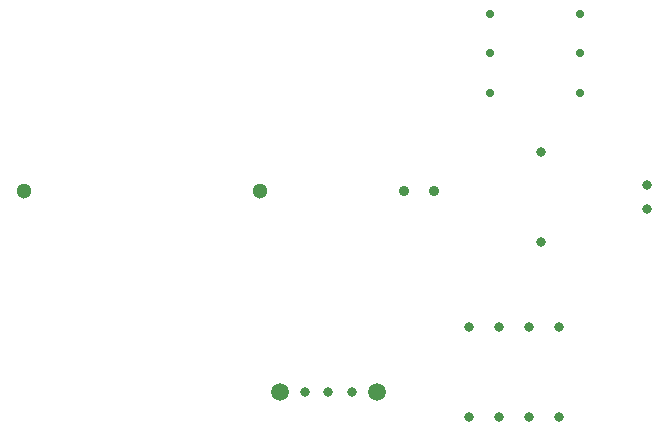
<source format=gbr>
%TF.GenerationSoftware,KiCad,Pcbnew,9.0.4*%
%TF.CreationDate,2025-08-28T14:44:03+05:30*%
%TF.ProjectId,new_1,6e65775f-312e-46b6-9963-61645f706362,rev?*%
%TF.SameCoordinates,Original*%
%TF.FileFunction,Plated,1,2,PTH,Drill*%
%TF.FilePolarity,Positive*%
%FSLAX46Y46*%
G04 Gerber Fmt 4.6, Leading zero omitted, Abs format (unit mm)*
G04 Created by KiCad (PCBNEW 9.0.4) date 2025-08-28 14:44:03*
%MOMM*%
%LPD*%
G01*
G04 APERTURE LIST*
%TA.AperFunction,ComponentDrill*%
%ADD10C,0.700000*%
%TD*%
%TA.AperFunction,ComponentDrill*%
%ADD11C,0.800000*%
%TD*%
%TA.AperFunction,ComponentDrill*%
%ADD12C,0.900000*%
%TD*%
%TA.AperFunction,ComponentDrill*%
%ADD13C,1.300000*%
%TD*%
%TA.AperFunction,ComponentDrill*%
%ADD14C,1.500000*%
%TD*%
G04 APERTURE END LIST*
D10*
%TO.C,R1*%
X172690000Y-72500000D03*
%TO.C,R2*%
X172690000Y-75825000D03*
%TO.C,R3*%
X172690000Y-79150000D03*
%TO.C,R1*%
X180310000Y-72500000D03*
%TO.C,R2*%
X180310000Y-75825000D03*
%TO.C,R3*%
X180310000Y-79150000D03*
D11*
%TO.C,SW2*%
X157000000Y-104500000D03*
X159000000Y-104500000D03*
X161000000Y-104500000D03*
%TO.C,U1*%
X170920000Y-99000000D03*
X170920000Y-106620000D03*
X173460000Y-99000000D03*
X173460000Y-106620000D03*
X176000000Y-99000000D03*
X176000000Y-106620000D03*
%TO.C,R4*%
X177000000Y-84200000D03*
X177000000Y-91800000D03*
%TO.C,U1*%
X178540000Y-99000000D03*
X178540000Y-106620000D03*
%TO.C,MK1*%
X186000000Y-87000000D03*
X186000000Y-89000000D03*
D12*
%TO.C,D2*%
X165460000Y-87500000D03*
X168000000Y-87500000D03*
D13*
%TO.C,BT2*%
X133210914Y-87500000D03*
X153210914Y-87500000D03*
D14*
%TO.C,SW2*%
X154900000Y-104500000D03*
X163100000Y-104500000D03*
M02*

</source>
